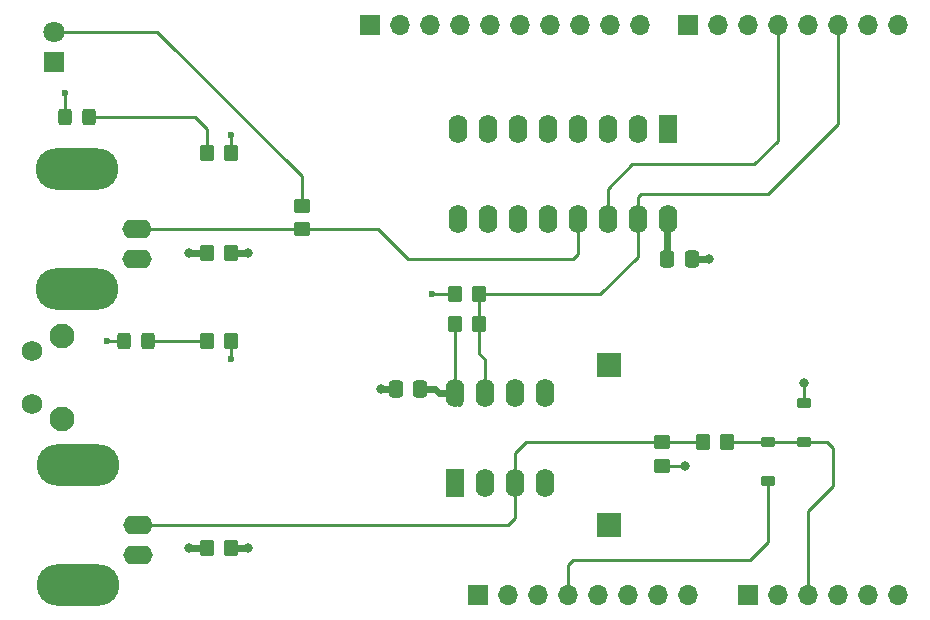
<source format=gbr>
%TF.GenerationSoftware,KiCad,Pcbnew,7.0.2*%
%TF.CreationDate,2023-08-08T17:25:24+02:00*%
%TF.ProjectId,pulse_generator,70756c73-655f-4676-956e-657261746f72,rev?*%
%TF.SameCoordinates,Original*%
%TF.FileFunction,Copper,L1,Top*%
%TF.FilePolarity,Positive*%
%FSLAX46Y46*%
G04 Gerber Fmt 4.6, Leading zero omitted, Abs format (unit mm)*
G04 Created by KiCad (PCBNEW 7.0.2) date 2023-08-08 17:25:24*
%MOMM*%
%LPD*%
G01*
G04 APERTURE LIST*
G04 Aperture macros list*
%AMRoundRect*
0 Rectangle with rounded corners*
0 $1 Rounding radius*
0 $2 $3 $4 $5 $6 $7 $8 $9 X,Y pos of 4 corners*
0 Add a 4 corners polygon primitive as box body*
4,1,4,$2,$3,$4,$5,$6,$7,$8,$9,$2,$3,0*
0 Add four circle primitives for the rounded corners*
1,1,$1+$1,$2,$3*
1,1,$1+$1,$4,$5*
1,1,$1+$1,$6,$7*
1,1,$1+$1,$8,$9*
0 Add four rect primitives between the rounded corners*
20,1,$1+$1,$2,$3,$4,$5,0*
20,1,$1+$1,$4,$5,$6,$7,0*
20,1,$1+$1,$6,$7,$8,$9,0*
20,1,$1+$1,$8,$9,$2,$3,0*%
G04 Aperture macros list end*
%TA.AperFunction,ComponentPad*%
%ADD10R,1.700000X1.700000*%
%TD*%
%TA.AperFunction,ComponentPad*%
%ADD11O,1.700000X1.700000*%
%TD*%
%TA.AperFunction,SMDPad,CuDef*%
%ADD12RoundRect,0.225000X0.375000X-0.225000X0.375000X0.225000X-0.375000X0.225000X-0.375000X-0.225000X0*%
%TD*%
%TA.AperFunction,ComponentPad*%
%ADD13R,2.000000X2.000000*%
%TD*%
%TA.AperFunction,ComponentPad*%
%ADD14C,2.100000*%
%TD*%
%TA.AperFunction,ComponentPad*%
%ADD15C,1.750000*%
%TD*%
%TA.AperFunction,ComponentPad*%
%ADD16R,1.800000X1.800000*%
%TD*%
%TA.AperFunction,ComponentPad*%
%ADD17C,1.800000*%
%TD*%
%TA.AperFunction,SMDPad,CuDef*%
%ADD18RoundRect,0.250000X-0.350000X-0.450000X0.350000X-0.450000X0.350000X0.450000X-0.350000X0.450000X0*%
%TD*%
%TA.AperFunction,ComponentPad*%
%ADD19O,2.500000X1.600000*%
%TD*%
%TA.AperFunction,ComponentPad*%
%ADD20O,7.000000X3.500000*%
%TD*%
%TA.AperFunction,SMDPad,CuDef*%
%ADD21RoundRect,0.250000X0.325000X0.450000X-0.325000X0.450000X-0.325000X-0.450000X0.325000X-0.450000X0*%
%TD*%
%TA.AperFunction,SMDPad,CuDef*%
%ADD22RoundRect,0.250000X0.450000X-0.350000X0.450000X0.350000X-0.450000X0.350000X-0.450000X-0.350000X0*%
%TD*%
%TA.AperFunction,ComponentPad*%
%ADD23R,1.600000X2.400000*%
%TD*%
%TA.AperFunction,ComponentPad*%
%ADD24O,1.600000X2.400000*%
%TD*%
%TA.AperFunction,SMDPad,CuDef*%
%ADD25RoundRect,0.250000X0.337500X0.475000X-0.337500X0.475000X-0.337500X-0.475000X0.337500X-0.475000X0*%
%TD*%
%TA.AperFunction,SMDPad,CuDef*%
%ADD26RoundRect,0.250000X0.350000X0.450000X-0.350000X0.450000X-0.350000X-0.450000X0.350000X-0.450000X0*%
%TD*%
%TA.AperFunction,SMDPad,CuDef*%
%ADD27RoundRect,0.250000X-0.450000X0.350000X-0.450000X-0.350000X0.450000X-0.350000X0.450000X0.350000X0*%
%TD*%
%TA.AperFunction,SMDPad,CuDef*%
%ADD28RoundRect,0.250000X-0.337500X-0.475000X0.337500X-0.475000X0.337500X0.475000X-0.337500X0.475000X0*%
%TD*%
%TA.AperFunction,ViaPad*%
%ADD29C,0.600000*%
%TD*%
%TA.AperFunction,ViaPad*%
%ADD30C,0.800000*%
%TD*%
%TA.AperFunction,Conductor*%
%ADD31C,0.250000*%
%TD*%
%TA.AperFunction,Conductor*%
%ADD32C,0.600000*%
%TD*%
G04 APERTURE END LIST*
D10*
%TO.P,J1,1,Pin_1*%
%TO.N,unconnected-(J1-Pin_1-Pad1)*%
X127940000Y-97460000D03*
D11*
%TO.P,J1,2,Pin_2*%
%TO.N,/IOREF*%
X130480000Y-97460000D03*
%TO.P,J1,3,Pin_3*%
%TO.N,/~{RESET}*%
X133020000Y-97460000D03*
%TO.P,J1,4,Pin_4*%
%TO.N,+3V3*%
X135560000Y-97460000D03*
%TO.P,J1,5,Pin_5*%
%TO.N,+5V*%
X138100000Y-97460000D03*
%TO.P,J1,6,Pin_6*%
%TO.N,GND*%
X140640000Y-97460000D03*
%TO.P,J1,7,Pin_7*%
X143180000Y-97460000D03*
%TO.P,J1,8,Pin_8*%
%TO.N,VCC*%
X145720000Y-97460000D03*
%TD*%
D10*
%TO.P,J3,1,Pin_1*%
%TO.N,/A0*%
X150800000Y-97460000D03*
D11*
%TO.P,J3,2,Pin_2*%
%TO.N,/A1*%
X153340000Y-97460000D03*
%TO.P,J3,3,Pin_3*%
%TO.N,/A2*%
X155880000Y-97460000D03*
%TO.P,J3,4,Pin_4*%
%TO.N,/A3*%
X158420000Y-97460000D03*
%TO.P,J3,5,Pin_5*%
%TO.N,unconnected-(J3-Pin_5-Pad5)*%
X160960000Y-97460000D03*
%TO.P,J3,6,Pin_6*%
%TO.N,unconnected-(J3-Pin_6-Pad6)*%
X163500000Y-97460000D03*
%TD*%
D10*
%TO.P,J2,1,Pin_1*%
%TO.N,unconnected-(J2-Pin_1-Pad1)*%
X118800000Y-49200000D03*
D11*
%TO.P,J2,2,Pin_2*%
%TO.N,unconnected-(J2-Pin_2-Pad2)*%
X121340000Y-49200000D03*
%TO.P,J2,3,Pin_3*%
%TO.N,/AREF*%
X123880000Y-49200000D03*
%TO.P,J2,4,Pin_4*%
%TO.N,GND*%
X126420000Y-49200000D03*
%TO.P,J2,5,Pin_5*%
%TO.N,/13*%
X128960000Y-49200000D03*
%TO.P,J2,6,Pin_6*%
%TO.N,/12*%
X131500000Y-49200000D03*
%TO.P,J2,7,Pin_7*%
%TO.N,/\u002A11*%
X134040000Y-49200000D03*
%TO.P,J2,8,Pin_8*%
%TO.N,/\u002A10*%
X136580000Y-49200000D03*
%TO.P,J2,9,Pin_9*%
%TO.N,/\u002A9*%
X139120000Y-49200000D03*
%TO.P,J2,10,Pin_10*%
%TO.N,/8*%
X141660000Y-49200000D03*
%TD*%
D10*
%TO.P,J4,1,Pin_1*%
%TO.N,/7*%
X145700000Y-49200000D03*
D11*
%TO.P,J4,2,Pin_2*%
%TO.N,/\u002A6*%
X148240000Y-49200000D03*
%TO.P,J4,3,Pin_3*%
%TO.N,/\u002A5*%
X150780000Y-49200000D03*
%TO.P,J4,4,Pin_4*%
%TO.N,/4*%
X153320000Y-49200000D03*
%TO.P,J4,5,Pin_5*%
%TO.N,/\u002A3*%
X155860000Y-49200000D03*
%TO.P,J4,6,Pin_6*%
%TO.N,/2*%
X158400000Y-49200000D03*
%TO.P,J4,7,Pin_7*%
%TO.N,/TX{slash}1*%
X160940000Y-49200000D03*
%TO.P,J4,8,Pin_8*%
%TO.N,/RX{slash}0*%
X163480000Y-49200000D03*
%TD*%
D12*
%TO.P,D1,1,K*%
%TO.N,+3V3*%
X152500000Y-87850000D03*
%TO.P,D1,2,A*%
%TO.N,/A2*%
X152500000Y-84550000D03*
%TD*%
D13*
%TO.P,TP2,1,1*%
%TO.N,/A0*%
X139000000Y-91500000D03*
%TD*%
D14*
%TO.P,SW1,*%
%TO.N,*%
X92702500Y-82525000D03*
X92702500Y-75515000D03*
D15*
%TO.P,SW1,1,1*%
%TO.N,GND*%
X90212500Y-81275000D03*
%TO.P,SW1,2,2*%
%TO.N,/~{RESET}*%
X90212500Y-76775000D03*
%TD*%
D16*
%TO.P,D3,1,K*%
%TO.N,GND*%
X92000000Y-52300000D03*
D17*
%TO.P,D3,2,A*%
%TO.N,Net-(D3-A)*%
X92000000Y-49760000D03*
%TD*%
D18*
%TO.P,R7,1*%
%TO.N,Net-(D4-K)*%
X105000000Y-76000000D03*
%TO.P,R7,2*%
%TO.N,GND*%
X107000000Y-76000000D03*
%TD*%
D12*
%TO.P,D2,1,K*%
%TO.N,/A2*%
X155500000Y-84500000D03*
%TO.P,D2,2,A*%
%TO.N,GND*%
X155500000Y-81200000D03*
%TD*%
D19*
%TO.P,J5,1,In*%
%TO.N,Net-(J5-In)*%
X99150000Y-91500000D03*
D20*
%TO.P,J5,2,Ext*%
%TO.N,Net-(J5-Ext)*%
X94070000Y-96580000D03*
D19*
X99150000Y-94040000D03*
D20*
X94070000Y-86420000D03*
%TD*%
D21*
%TO.P,D5,1,K*%
%TO.N,Net-(D5-K)*%
X95025000Y-57000000D03*
%TO.P,D5,2,A*%
%TO.N,+5V*%
X92975000Y-57000000D03*
%TD*%
D22*
%TO.P,R4,1*%
%TO.N,Net-(J6-In)*%
X113000000Y-66500000D03*
%TO.P,R4,2*%
%TO.N,Net-(D3-A)*%
X113000000Y-64500000D03*
%TD*%
D23*
%TO.P,U2,1*%
%TO.N,N/C*%
X144000000Y-58000000D03*
D24*
%TO.P,U2,2*%
X141460000Y-58000000D03*
%TO.P,U2,3*%
X138920000Y-58000000D03*
%TO.P,U2,4*%
X136380000Y-58000000D03*
%TO.P,U2,5*%
X133840000Y-58000000D03*
%TO.P,U2,6*%
X131300000Y-58000000D03*
%TO.P,U2,7*%
X128760000Y-58000000D03*
%TO.P,U2,8,GND*%
%TO.N,GND*%
X126220000Y-58000000D03*
%TO.P,U2,9*%
%TO.N,N/C*%
X126220000Y-65620000D03*
%TO.P,U2,10*%
X128760000Y-65620000D03*
%TO.P,U2,11*%
X131300000Y-65620000D03*
%TO.P,U2,12*%
X133840000Y-65620000D03*
%TO.P,U2,13,4Q*%
%TO.N,Net-(J6-In)*%
X136380000Y-65620000D03*
%TO.P,U2,14,4~{R}*%
%TO.N,/4*%
X138920000Y-65620000D03*
%TO.P,U2,15,4~{S}*%
%TO.N,/2*%
X141460000Y-65620000D03*
%TO.P,U2,16,VCC*%
%TO.N,+5V*%
X144000000Y-65620000D03*
%TD*%
D18*
%TO.P,R8,1*%
%TO.N,Net-(J5-Ext)*%
X105000000Y-93500000D03*
%TO.P,R8,2*%
%TO.N,GND*%
X107000000Y-93500000D03*
%TD*%
%TO.P,R3,1*%
%TO.N,+5V*%
X126000000Y-74500000D03*
%TO.P,R3,2*%
%TO.N,/2*%
X128000000Y-74500000D03*
%TD*%
D23*
%TO.P,U1,1,GND*%
%TO.N,GND*%
X126000000Y-88000000D03*
D24*
%TO.P,U1,2,+*%
%TO.N,/A0*%
X128540000Y-88000000D03*
%TO.P,U1,3,-*%
%TO.N,Net-(J5-In)*%
X131080000Y-88000000D03*
%TO.P,U1,4,V-*%
%TO.N,GND*%
X133620000Y-88000000D03*
%TO.P,U1,5,BAL*%
%TO.N,unconnected-(U1-BAL-Pad5)*%
X133620000Y-80380000D03*
%TO.P,U1,6,STRB*%
%TO.N,unconnected-(U1-STRB-Pad6)*%
X131080000Y-80380000D03*
%TO.P,U1,7*%
%TO.N,/2*%
X128540000Y-80380000D03*
%TO.P,U1,8,V+*%
%TO.N,+5V*%
X126000000Y-80380000D03*
%TD*%
D21*
%TO.P,D4,1,K*%
%TO.N,Net-(D4-K)*%
X100025000Y-76000000D03*
%TO.P,D4,2,A*%
%TO.N,+5V*%
X97975000Y-76000000D03*
%TD*%
D18*
%TO.P,R1,1*%
%TO.N,Net-(J5-In)*%
X147000000Y-84500000D03*
%TO.P,R1,2*%
%TO.N,/A2*%
X149000000Y-84500000D03*
%TD*%
D13*
%TO.P,TP1,1,1*%
%TO.N,GND*%
X139000000Y-78000000D03*
%TD*%
D25*
%TO.P,C3,1*%
%TO.N,+5V*%
X123037500Y-80000000D03*
%TO.P,C3,2*%
%TO.N,GND*%
X120962500Y-80000000D03*
%TD*%
D18*
%TO.P,R9,1*%
%TO.N,Net-(J6-Ext)*%
X105000000Y-68500000D03*
%TO.P,R9,2*%
%TO.N,GND*%
X107000000Y-68500000D03*
%TD*%
D26*
%TO.P,R5,1*%
%TO.N,/2*%
X128000000Y-72000000D03*
%TO.P,R5,2*%
%TO.N,GND*%
X126000000Y-72000000D03*
%TD*%
%TO.P,R6,1*%
%TO.N,GND*%
X107000000Y-60000000D03*
%TO.P,R6,2*%
%TO.N,Net-(D5-K)*%
X105000000Y-60000000D03*
%TD*%
D27*
%TO.P,R2,1*%
%TO.N,Net-(J5-In)*%
X143500000Y-84500000D03*
%TO.P,R2,2*%
%TO.N,GND*%
X143500000Y-86500000D03*
%TD*%
D19*
%TO.P,J6,1,In*%
%TO.N,Net-(J6-In)*%
X99100000Y-66500000D03*
D20*
%TO.P,J6,2,Ext*%
%TO.N,Net-(J6-Ext)*%
X94020000Y-71580000D03*
D19*
X99100000Y-69040000D03*
D20*
X94020000Y-61420000D03*
%TD*%
D28*
%TO.P,C1,1*%
%TO.N,+5V*%
X143962500Y-69000000D03*
%TO.P,C1,2*%
%TO.N,GND*%
X146037500Y-69000000D03*
%TD*%
D29*
%TO.N,GND*%
X124000000Y-72000000D03*
X107000000Y-58500000D03*
D30*
X108500000Y-93500000D03*
X119715000Y-80000000D03*
X155500000Y-79500000D03*
X145500000Y-86500000D03*
D29*
X107000000Y-77500000D03*
D30*
X108500000Y-68500000D03*
X147500000Y-69000000D03*
D29*
%TO.N,+5V*%
X96500000Y-76000000D03*
X93000000Y-55000000D03*
D30*
%TO.N,Net-(J5-Ext)*%
X103500000Y-93500000D03*
%TO.N,Net-(J6-Ext)*%
X103500000Y-68500000D03*
%TD*%
D31*
%TO.N,GND*%
X143500000Y-86500000D02*
X145500000Y-86500000D01*
X107000000Y-76000000D02*
X107000000Y-77500000D01*
D32*
X120992500Y-80000000D02*
X119715000Y-80000000D01*
D31*
X155500000Y-81200000D02*
X155500000Y-79500000D01*
X126000000Y-72000000D02*
X124000000Y-72000000D01*
D32*
X107000000Y-68500000D02*
X108500000Y-68500000D01*
X146037500Y-69000000D02*
X147500000Y-69000000D01*
D31*
X107000000Y-60000000D02*
X107000000Y-58500000D01*
D32*
X107000000Y-93500000D02*
X108500000Y-93500000D01*
D31*
%TO.N,Net-(D3-A)*%
X92000000Y-49760000D02*
X100760000Y-49760000D01*
X113000000Y-62000000D02*
X113000000Y-64500000D01*
X100760000Y-49760000D02*
X113000000Y-62000000D01*
D32*
%TO.N,+5V*%
X123037500Y-80000000D02*
X124250000Y-80000000D01*
X125915000Y-80780000D02*
X126325000Y-81190000D01*
X126185000Y-81000000D02*
X126200000Y-80985000D01*
D31*
X93000000Y-57000000D02*
X93000000Y-55000000D01*
D32*
X124250000Y-80000000D02*
X124630000Y-80380000D01*
D31*
X126325000Y-81190000D02*
X126000000Y-80865000D01*
D32*
X143962500Y-69000000D02*
X143962500Y-65657500D01*
D31*
X97975000Y-76000000D02*
X96500000Y-76000000D01*
X126325000Y-74825000D02*
X126000000Y-74500000D01*
X126200000Y-74700000D02*
X126000000Y-74500000D01*
D32*
X124630000Y-80380000D02*
X126000000Y-80380000D01*
X125995000Y-80780000D02*
X126200000Y-80985000D01*
X143962500Y-65657500D02*
X144000000Y-65620000D01*
D31*
X126000000Y-74500000D02*
X126000000Y-80380000D01*
X126000000Y-75005000D02*
X126315000Y-74690000D01*
%TO.N,/A2*%
X157500000Y-84500000D02*
X158000000Y-85000000D01*
X149000000Y-84500000D02*
X149050000Y-84550000D01*
X155500000Y-84500000D02*
X157500000Y-84500000D01*
X155450000Y-84550000D02*
X155500000Y-84500000D01*
X152500000Y-84550000D02*
X155450000Y-84550000D01*
X155880000Y-90370000D02*
X155880000Y-97460000D01*
X158000000Y-88250000D02*
X155880000Y-90370000D01*
X149050000Y-84550000D02*
X152500000Y-84550000D01*
X158000000Y-85000000D02*
X158000000Y-88250000D01*
%TO.N,/4*%
X138920000Y-63080000D02*
X138920000Y-65620000D01*
X151340000Y-61000000D02*
X153340000Y-59000000D01*
X153340000Y-59000000D02*
X153340000Y-49200000D01*
X141000000Y-61000000D02*
X138920000Y-63080000D01*
X141000000Y-61000000D02*
X151340000Y-61000000D01*
%TO.N,/2*%
X141460000Y-68835000D02*
X141460000Y-65620000D01*
X128540000Y-77540000D02*
X128540000Y-80380000D01*
X158420000Y-49200000D02*
X158420000Y-57580000D01*
X128000000Y-74500000D02*
X128000000Y-72000000D01*
X158420000Y-57580000D02*
X152490000Y-63510000D01*
X141740000Y-63510000D02*
X141460000Y-63790000D01*
X128000000Y-74500000D02*
X128000000Y-77000000D01*
X152490000Y-63510000D02*
X141740000Y-63510000D01*
X128315000Y-74690000D02*
X128000000Y-75005000D01*
X128000000Y-72000000D02*
X138295000Y-72000000D01*
X128000000Y-77000000D02*
X128540000Y-77540000D01*
X141460000Y-63790000D02*
X141460000Y-65620000D01*
X138295000Y-72000000D02*
X141460000Y-68835000D01*
%TO.N,+3V3*%
X151000000Y-94500000D02*
X152500000Y-93000000D01*
X135560000Y-97460000D02*
X135560000Y-94920000D01*
X135580000Y-94920000D02*
X136000000Y-94500000D01*
X152500000Y-93000000D02*
X152500000Y-87850000D01*
X135560000Y-94920000D02*
X135580000Y-94920000D01*
X136000000Y-94500000D02*
X151000000Y-94500000D01*
%TO.N,Net-(J5-In)*%
X131080000Y-85420000D02*
X132000000Y-84500000D01*
X131080000Y-88000000D02*
X131080000Y-85420000D01*
X143500000Y-84500000D02*
X147000000Y-84500000D01*
X131080000Y-90920000D02*
X131080000Y-88000000D01*
X99150000Y-91500000D02*
X130500000Y-91500000D01*
X132000000Y-84500000D02*
X143500000Y-84500000D01*
X130500000Y-91500000D02*
X131080000Y-90920000D01*
%TO.N,Net-(J6-In)*%
X119500000Y-66500000D02*
X122000000Y-69000000D01*
X113000000Y-66500000D02*
X119500000Y-66500000D01*
X99100000Y-66500000D02*
X113000000Y-66500000D01*
X136000000Y-69000000D02*
X136380000Y-68620000D01*
X136380000Y-68620000D02*
X136380000Y-65620000D01*
X122000000Y-69000000D02*
X136000000Y-69000000D01*
%TO.N,Net-(D4-K)*%
X105000000Y-76000000D02*
X100025000Y-76000000D01*
%TO.N,Net-(D5-K)*%
X95050000Y-57000000D02*
X104000000Y-57000000D01*
X104000000Y-57000000D02*
X105000000Y-58000000D01*
X105000000Y-58000000D02*
X105000000Y-60000000D01*
D32*
%TO.N,Net-(J5-Ext)*%
X105000000Y-93500000D02*
X103500000Y-93500000D01*
%TO.N,Net-(J6-Ext)*%
X105000000Y-68500000D02*
X103500000Y-68500000D01*
%TD*%
M02*

</source>
